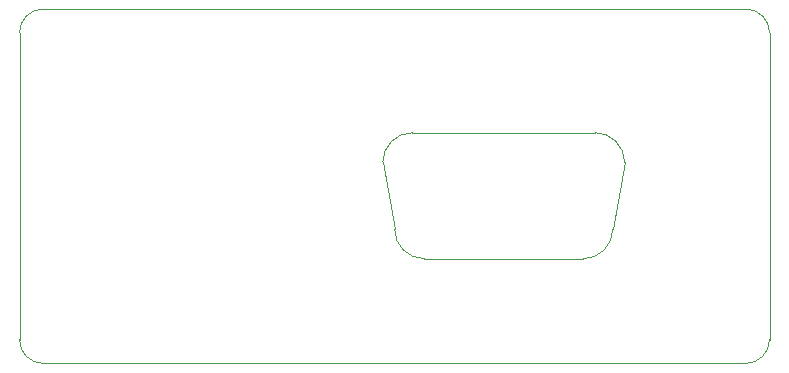
<source format=gbr>
%TF.GenerationSoftware,KiCad,Pcbnew,(6.0.6)*%
%TF.CreationDate,2022-11-01T14:40:17+00:00*%
%TF.ProjectId,rearcase,72656172-6361-4736-952e-6b696361645f,rev?*%
%TF.SameCoordinates,Original*%
%TF.FileFunction,Profile,NP*%
%FSLAX46Y46*%
G04 Gerber Fmt 4.6, Leading zero omitted, Abs format (unit mm)*
G04 Created by KiCad (PCBNEW (6.0.6)) date 2022-11-01 14:40:17*
%MOMM*%
%LPD*%
G01*
G04 APERTURE LIST*
%TA.AperFunction,Profile*%
%ADD10C,0.120000*%
%TD*%
G04 APERTURE END LIST*
D10*
%TO.C,REF\u002A\u002A*%
X122000000Y-109500000D02*
X122000000Y-83500000D01*
X153760000Y-100130000D02*
X152760000Y-94470000D01*
X156265000Y-102635000D02*
X169725000Y-102635000D01*
X172230000Y-100130000D02*
X173230000Y-94470000D01*
X183500000Y-111500000D02*
X124000000Y-111500000D01*
X155265000Y-91965000D02*
X170725000Y-91965000D01*
X124000000Y-81500000D02*
X183500000Y-81500000D01*
X185500000Y-109500000D02*
X185500000Y-83500000D01*
X153760000Y-100130000D02*
G75*
G03*
X156265000Y-102635000I2505000J0D01*
G01*
X185500000Y-83500000D02*
G75*
G03*
X183500000Y-81500000I-2000000J0D01*
G01*
X155265000Y-91965000D02*
G75*
G03*
X152760000Y-94470000I2J-2505002D01*
G01*
X173230000Y-94470000D02*
G75*
G03*
X170725000Y-91965000I-2505000J0D01*
G01*
X169725000Y-102635000D02*
G75*
G03*
X172230000Y-100130000I0J2505000D01*
G01*
X124000000Y-81500000D02*
G75*
G03*
X122000000Y-83500000I-1J-1999999D01*
G01*
X122000000Y-109500000D02*
G75*
G03*
X124000000Y-111500000I1999999J-1D01*
G01*
X183500000Y-111500000D02*
G75*
G03*
X185500000Y-109500000I0J2000000D01*
G01*
%TD*%
M02*

</source>
